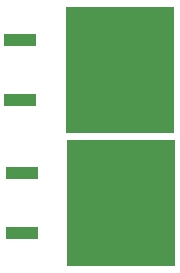
<source format=gtp>
%FSLAX25Y25*%
%MOIN*%
G70*
G01*
G75*
G04 Layer_Color=8421504*
%ADD10R,0.36221X0.42126*%
%ADD11R,0.10630X0.04331*%
%ADD12C,0.02000*%
%ADD13C,0.02500*%
%ADD14C,0.03937*%
%ADD15C,0.10000*%
%ADD16C,0.05000*%
%ADD17C,0.01000*%
%ADD18R,0.06299X0.06299*%
%ADD19C,0.06299*%
%ADD20C,0.04724*%
%ADD21C,0.05315*%
%ADD22R,0.05315X0.05315*%
%ADD23C,0.06000*%
%ADD24R,0.06000X0.06000*%
%ADD25C,0.05512*%
%ADD26R,0.05906X0.05906*%
%ADD27C,0.05906*%
%ADD28R,0.05906X0.05906*%
%ADD29C,0.05000*%
%ADD30C,0.00787*%
%ADD31C,0.00984*%
%ADD32C,0.00050*%
%ADD33C,0.00591*%
D10*
X125173Y135500D02*
D03*
X125673Y91000D02*
D03*
D11*
X92032Y125500D02*
D03*
Y145500D02*
D03*
X92532Y81000D02*
D03*
Y101000D02*
D03*
M02*

</source>
